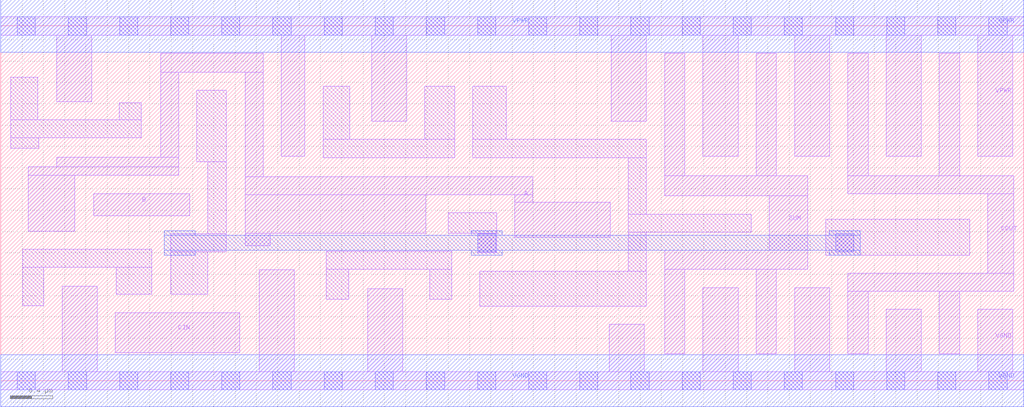
<source format=lef>
# Copyright 2020 The SkyWater PDK Authors
#
# Licensed under the Apache License, Version 2.0 (the "License");
# you may not use this file except in compliance with the License.
# You may obtain a copy of the License at
#
#     https://www.apache.org/licenses/LICENSE-2.0
#
# Unless required by applicable law or agreed to in writing, software
# distributed under the License is distributed on an "AS IS" BASIS,
# WITHOUT WARRANTIES OR CONDITIONS OF ANY KIND, either express or implied.
# See the License for the specific language governing permissions and
# limitations under the License.
#
# SPDX-License-Identifier: Apache-2.0

VERSION 5.7 ;
  NAMESCASESENSITIVE ON ;
  NOWIREEXTENSIONATPIN ON ;
  DIVIDERCHAR "/" ;
  BUSBITCHARS "[]" ;
UNITS
  DATABASE MICRONS 200 ;
END UNITS
MACRO sky130_fd_sc_lp__fa_4
  CLASS CORE ;
  SOURCE USER ;
  FOREIGN sky130_fd_sc_lp__fa_4 ;
  ORIGIN  0.000000  0.000000 ;
  SIZE  9.600000 BY  3.330000 ;
  SYMMETRY X Y R90 ;
  SITE unit ;
  PIN A
    ANTENNAGATEAREA  0.636000 ;
    DIRECTION INPUT ;
    USE SIGNAL ;
    PORT
      LAYER li1 ;
        RECT 0.260000 1.405000 0.695000 1.930000 ;
        RECT 0.260000 1.930000 1.670000 2.010000 ;
        RECT 0.525000 2.010000 1.670000 2.100000 ;
        RECT 1.500000 2.100000 1.670000 2.895000 ;
        RECT 1.500000 2.895000 2.465000 3.075000 ;
        RECT 2.295000 1.265000 2.530000 1.385000 ;
        RECT 2.295000 1.385000 3.990000 1.745000 ;
        RECT 2.295000 1.745000 4.995000 1.915000 ;
        RECT 2.295000 1.915000 2.465000 2.895000 ;
        RECT 4.825000 1.345000 5.720000 1.675000 ;
        RECT 4.825000 1.675000 4.995000 1.745000 ;
    END
  END A
  PIN B
    ANTENNAGATEAREA  0.636000 ;
    DIRECTION INPUT ;
    USE SIGNAL ;
    PORT
      LAYER li1 ;
        RECT 0.875000 1.550000 1.775000 1.755000 ;
    END
  END B
  PIN CIN
    ANTENNAGATEAREA  0.477000 ;
    DIRECTION INPUT ;
    USE SIGNAL ;
    PORT
      LAYER li1 ;
        RECT 1.075000 0.265000 2.245000 0.640000 ;
    END
  END CIN
  PIN COUT
    ANTENNADIFFAREA  1.176000 ;
    DIRECTION OUTPUT ;
    USE SIGNAL ;
    PORT
      LAYER li1 ;
        RECT 7.950000 0.255000 8.140000 0.840000 ;
        RECT 7.950000 0.840000 9.510000 1.010000 ;
        RECT 7.950000 1.755000 9.510000 1.925000 ;
        RECT 7.950000 1.925000 8.140000 3.075000 ;
        RECT 8.810000 0.255000 9.000000 0.840000 ;
        RECT 8.810000 1.925000 9.000000 3.075000 ;
        RECT 9.265000 1.010000 9.510000 1.755000 ;
    END
  END COUT
  PIN SUM
    ANTENNADIFFAREA  1.176000 ;
    DIRECTION OUTPUT ;
    USE SIGNAL ;
    PORT
      LAYER li1 ;
        RECT 6.230000 0.255000 6.420000 1.045000 ;
        RECT 6.230000 1.045000 7.575000 1.225000 ;
        RECT 6.230000 1.735000 7.575000 1.925000 ;
        RECT 6.230000 1.925000 6.420000 3.075000 ;
        RECT 7.090000 0.255000 7.280000 1.045000 ;
        RECT 7.090000 1.925000 7.280000 3.075000 ;
        RECT 7.215000 1.225000 7.575000 1.735000 ;
    END
  END SUM
  PIN VGND
    DIRECTION INOUT ;
    USE GROUND ;
    PORT
      LAYER li1 ;
        RECT 0.000000 -0.085000 9.600000 0.085000 ;
        RECT 0.575000  0.085000 0.905000 0.885000 ;
        RECT 2.425000  0.085000 2.755000 1.040000 ;
        RECT 3.445000  0.085000 3.775000 0.865000 ;
        RECT 5.710000  0.085000 6.040000 0.530000 ;
        RECT 6.590000  0.085000 6.920000 0.875000 ;
        RECT 7.450000  0.085000 7.780000 0.875000 ;
        RECT 8.310000  0.085000 8.640000 0.670000 ;
        RECT 9.170000  0.085000 9.500000 0.670000 ;
      LAYER mcon ;
        RECT 0.155000 -0.085000 0.325000 0.085000 ;
        RECT 0.635000 -0.085000 0.805000 0.085000 ;
        RECT 1.115000 -0.085000 1.285000 0.085000 ;
        RECT 1.595000 -0.085000 1.765000 0.085000 ;
        RECT 2.075000 -0.085000 2.245000 0.085000 ;
        RECT 2.555000 -0.085000 2.725000 0.085000 ;
        RECT 3.035000 -0.085000 3.205000 0.085000 ;
        RECT 3.515000 -0.085000 3.685000 0.085000 ;
        RECT 3.995000 -0.085000 4.165000 0.085000 ;
        RECT 4.475000 -0.085000 4.645000 0.085000 ;
        RECT 4.955000 -0.085000 5.125000 0.085000 ;
        RECT 5.435000 -0.085000 5.605000 0.085000 ;
        RECT 5.915000 -0.085000 6.085000 0.085000 ;
        RECT 6.395000 -0.085000 6.565000 0.085000 ;
        RECT 6.875000 -0.085000 7.045000 0.085000 ;
        RECT 7.355000 -0.085000 7.525000 0.085000 ;
        RECT 7.835000 -0.085000 8.005000 0.085000 ;
        RECT 8.315000 -0.085000 8.485000 0.085000 ;
        RECT 8.795000 -0.085000 8.965000 0.085000 ;
        RECT 9.275000 -0.085000 9.445000 0.085000 ;
      LAYER met1 ;
        RECT 0.000000 -0.245000 9.600000 0.245000 ;
    END
  END VGND
  PIN VPWR
    DIRECTION INOUT ;
    USE POWER ;
    PORT
      LAYER li1 ;
        RECT 0.000000 3.245000 9.600000 3.415000 ;
        RECT 0.525000 2.620000 0.855000 3.245000 ;
        RECT 2.635000 2.105000 2.855000 3.245000 ;
        RECT 3.480000 2.435000 3.810000 3.245000 ;
        RECT 5.730000 2.435000 6.060000 3.245000 ;
        RECT 6.590000 2.105000 6.920000 3.245000 ;
        RECT 7.450000 2.105000 7.780000 3.245000 ;
        RECT 8.310000 2.105000 8.640000 3.245000 ;
        RECT 9.170000 2.105000 9.500000 3.245000 ;
      LAYER mcon ;
        RECT 0.155000 3.245000 0.325000 3.415000 ;
        RECT 0.635000 3.245000 0.805000 3.415000 ;
        RECT 1.115000 3.245000 1.285000 3.415000 ;
        RECT 1.595000 3.245000 1.765000 3.415000 ;
        RECT 2.075000 3.245000 2.245000 3.415000 ;
        RECT 2.555000 3.245000 2.725000 3.415000 ;
        RECT 3.035000 3.245000 3.205000 3.415000 ;
        RECT 3.515000 3.245000 3.685000 3.415000 ;
        RECT 3.995000 3.245000 4.165000 3.415000 ;
        RECT 4.475000 3.245000 4.645000 3.415000 ;
        RECT 4.955000 3.245000 5.125000 3.415000 ;
        RECT 5.435000 3.245000 5.605000 3.415000 ;
        RECT 5.915000 3.245000 6.085000 3.415000 ;
        RECT 6.395000 3.245000 6.565000 3.415000 ;
        RECT 6.875000 3.245000 7.045000 3.415000 ;
        RECT 7.355000 3.245000 7.525000 3.415000 ;
        RECT 7.835000 3.245000 8.005000 3.415000 ;
        RECT 8.315000 3.245000 8.485000 3.415000 ;
        RECT 8.795000 3.245000 8.965000 3.415000 ;
        RECT 9.275000 3.245000 9.445000 3.415000 ;
      LAYER met1 ;
        RECT 0.000000 3.085000 9.600000 3.575000 ;
    END
  END VPWR
  OBS
    LAYER li1 ;
      RECT 0.095000 2.180000 0.355000 2.280000 ;
      RECT 0.095000 2.280000 1.320000 2.450000 ;
      RECT 0.095000 2.450000 0.345000 2.850000 ;
      RECT 0.205000 0.705000 0.405000 1.065000 ;
      RECT 0.205000 1.065000 1.415000 1.235000 ;
      RECT 1.085000 0.810000 1.415000 1.065000 ;
      RECT 1.110000 2.450000 1.320000 2.610000 ;
      RECT 1.595000 0.810000 1.945000 1.210000 ;
      RECT 1.595000 1.210000 2.115000 1.380000 ;
      RECT 1.840000 2.055000 2.115000 2.725000 ;
      RECT 1.945000 1.380000 2.115000 2.055000 ;
      RECT 3.025000 2.095000 4.260000 2.265000 ;
      RECT 3.025000 2.265000 3.275000 2.765000 ;
      RECT 3.055000 0.765000 3.265000 1.045000 ;
      RECT 3.055000 1.045000 4.235000 1.215000 ;
      RECT 3.980000 2.265000 4.260000 2.765000 ;
      RECT 4.025000 0.765000 4.235000 1.045000 ;
      RECT 4.200000 1.385000 4.655000 1.575000 ;
      RECT 4.430000 2.095000 6.060000 2.265000 ;
      RECT 4.430000 2.265000 4.745000 2.765000 ;
      RECT 4.475000 1.200000 4.655000 1.385000 ;
      RECT 4.495000 0.700000 6.060000 1.030000 ;
      RECT 5.890000 1.030000 6.060000 1.395000 ;
      RECT 5.890000 1.395000 7.045000 1.565000 ;
      RECT 5.890000 1.565000 6.060000 2.095000 ;
      RECT 7.745000 1.180000 9.095000 1.515000 ;
    LAYER mcon ;
      RECT 4.475000 1.210000 4.645000 1.380000 ;
      RECT 7.835000 1.210000 8.005000 1.380000 ;
    LAYER met1 ;
      RECT 1.535000 1.180000 1.825000 1.225000 ;
      RECT 1.535000 1.225000 8.065000 1.365000 ;
      RECT 1.535000 1.365000 1.825000 1.410000 ;
      RECT 4.415000 1.180000 4.705000 1.225000 ;
      RECT 4.415000 1.365000 4.705000 1.410000 ;
      RECT 7.775000 1.180000 8.065000 1.225000 ;
      RECT 7.775000 1.365000 8.065000 1.410000 ;
  END
END sky130_fd_sc_lp__fa_4

</source>
